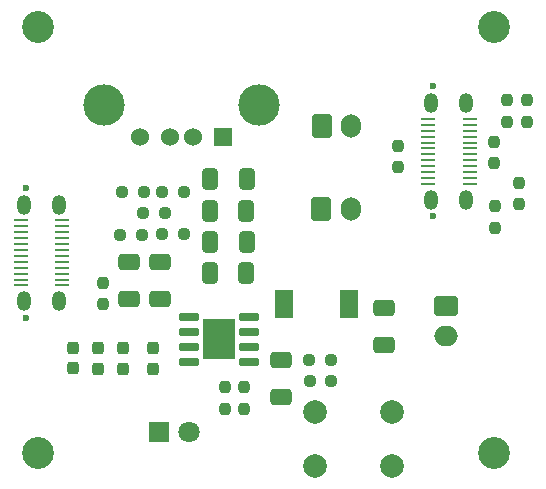
<source format=gbr>
%TF.GenerationSoftware,KiCad,Pcbnew,8.0.4*%
%TF.CreationDate,2024-12-31T00:11:05+04:00*%
%TF.ProjectId,Powerbank,506f7765-7262-4616-9e6b-2e6b69636164,rev?*%
%TF.SameCoordinates,Original*%
%TF.FileFunction,Soldermask,Top*%
%TF.FilePolarity,Negative*%
%FSLAX46Y46*%
G04 Gerber Fmt 4.6, Leading zero omitted, Abs format (unit mm)*
G04 Created by KiCad (PCBNEW 8.0.4) date 2024-12-31 00:11:05*
%MOMM*%
%LPD*%
G01*
G04 APERTURE LIST*
G04 Aperture macros list*
%AMRoundRect*
0 Rectangle with rounded corners*
0 $1 Rounding radius*
0 $2 $3 $4 $5 $6 $7 $8 $9 X,Y pos of 4 corners*
0 Add a 4 corners polygon primitive as box body*
4,1,4,$2,$3,$4,$5,$6,$7,$8,$9,$2,$3,0*
0 Add four circle primitives for the rounded corners*
1,1,$1+$1,$2,$3*
1,1,$1+$1,$4,$5*
1,1,$1+$1,$6,$7*
1,1,$1+$1,$8,$9*
0 Add four rect primitives between the rounded corners*
20,1,$1+$1,$2,$3,$4,$5,0*
20,1,$1+$1,$4,$5,$6,$7,0*
20,1,$1+$1,$6,$7,$8,$9,0*
20,1,$1+$1,$8,$9,$2,$3,0*%
G04 Aperture macros list end*
%ADD10RoundRect,0.250000X-0.650000X0.412500X-0.650000X-0.412500X0.650000X-0.412500X0.650000X0.412500X0*%
%ADD11RoundRect,0.250000X0.650000X-0.412500X0.650000X0.412500X-0.650000X0.412500X-0.650000X-0.412500X0*%
%ADD12RoundRect,0.237500X0.237500X-0.250000X0.237500X0.250000X-0.237500X0.250000X-0.237500X-0.250000X0*%
%ADD13C,2.000000*%
%ADD14C,0.600000*%
%ADD15R,1.300000X0.270000*%
%ADD16O,1.200000X1.700000*%
%ADD17R,1.500000X2.400000*%
%ADD18RoundRect,0.250000X0.412500X0.650000X-0.412500X0.650000X-0.412500X-0.650000X0.412500X-0.650000X0*%
%ADD19RoundRect,0.237500X0.250000X0.237500X-0.250000X0.237500X-0.250000X-0.237500X0.250000X-0.237500X0*%
%ADD20RoundRect,0.237500X-0.237500X0.250000X-0.237500X-0.250000X0.237500X-0.250000X0.237500X0.250000X0*%
%ADD21RoundRect,0.250000X-0.600000X-0.750000X0.600000X-0.750000X0.600000X0.750000X-0.600000X0.750000X0*%
%ADD22O,1.700000X2.000000*%
%ADD23C,2.700000*%
%ADD24RoundRect,0.237500X-0.237500X0.287500X-0.237500X-0.287500X0.237500X-0.287500X0.237500X0.287500X0*%
%ADD25RoundRect,0.237500X0.237500X-0.287500X0.237500X0.287500X-0.237500X0.287500X-0.237500X-0.287500X0*%
%ADD26R,1.800000X1.800000*%
%ADD27C,1.800000*%
%ADD28R,1.524000X1.524000*%
%ADD29C,1.524000*%
%ADD30C,3.500000*%
%ADD31RoundRect,0.250000X-0.750000X0.600000X-0.750000X-0.600000X0.750000X-0.600000X0.750000X0.600000X0*%
%ADD32O,2.000000X1.700000*%
%ADD33RoundRect,0.237500X-0.250000X-0.237500X0.250000X-0.237500X0.250000X0.237500X-0.250000X0.237500X0*%
%ADD34R,2.710000X3.400000*%
%ADD35RoundRect,0.150000X-0.737500X-0.150000X0.737500X-0.150000X0.737500X0.150000X-0.737500X0.150000X0*%
G04 APERTURE END LIST*
D10*
%TO.C,C8*%
X138950000Y-109137500D03*
X138950000Y-112262500D03*
%TD*%
D11*
%TO.C,C2*%
X128750000Y-104012500D03*
X128750000Y-100887500D03*
%TD*%
D12*
%TO.C,R13*%
X157050000Y-92512500D03*
X157050000Y-90687500D03*
%TD*%
D13*
%TO.C,SW1*%
X141850000Y-113600000D03*
X148350000Y-113600000D03*
X141850000Y-118100001D03*
X148350001Y-118100000D03*
%TD*%
D14*
%TO.C,J2*%
X117400000Y-105600000D03*
X117400000Y-94600000D03*
D15*
X116950000Y-102850000D03*
X116950000Y-102350000D03*
X116950000Y-101850000D03*
X116950001Y-101350000D03*
X116950000Y-100850000D03*
X116950000Y-100350000D03*
X116950000Y-99850000D03*
X116950000Y-99350000D03*
X116950001Y-98850000D03*
X116950000Y-98350000D03*
X116950000Y-97850000D03*
X116950000Y-97350000D03*
X120450000Y-97350000D03*
X120450000Y-97850000D03*
X120450000Y-98350000D03*
X120449999Y-98850000D03*
X120450000Y-99350000D03*
X120450000Y-99850000D03*
X120450000Y-100350000D03*
X120450000Y-100850000D03*
X120449999Y-101350000D03*
X120450000Y-101850000D03*
X120450000Y-102350000D03*
X120450000Y-102850000D03*
D16*
X117230000Y-104200000D03*
X120170000Y-104200000D03*
X117230000Y-96000000D03*
X120170000Y-96000000D03*
%TD*%
D14*
%TO.C,J6*%
X151900000Y-97000000D03*
X151900000Y-86000000D03*
D15*
X151450000Y-94250000D03*
X151450000Y-93750000D03*
X151450000Y-93250000D03*
X151450000Y-92750000D03*
X151450000Y-92250000D03*
X151450000Y-91750000D03*
X151450000Y-91250000D03*
X151450000Y-90750000D03*
X151450000Y-90250000D03*
X151450000Y-89750000D03*
X151450000Y-89250000D03*
X151450000Y-88750000D03*
X154950000Y-88750000D03*
X154950000Y-89250000D03*
X154950000Y-89750000D03*
X154950000Y-90250000D03*
X154950000Y-90750000D03*
X154950000Y-91250000D03*
X154950000Y-91750000D03*
X154950000Y-92250000D03*
X154950000Y-92750000D03*
X154950000Y-93250000D03*
X154950000Y-93750000D03*
X154950000Y-94250000D03*
D16*
X151730000Y-95600000D03*
X154670000Y-95600000D03*
X151730000Y-87400000D03*
X154670000Y-87400000D03*
%TD*%
D17*
%TO.C,L1*%
X139250000Y-104450000D03*
X144750000Y-104450000D03*
%TD*%
D18*
%TO.C,C5*%
X136112500Y-99200000D03*
X132987500Y-99200000D03*
%TD*%
%TO.C,C6*%
X136062500Y-101800000D03*
X132937500Y-101800000D03*
%TD*%
D19*
%TO.C,R8*%
X130762500Y-94900000D03*
X128937500Y-94900000D03*
%TD*%
D20*
%TO.C,R15*%
X159100000Y-94137500D03*
X159100000Y-95962500D03*
%TD*%
D21*
%TO.C,J5*%
X142400000Y-96375000D03*
D22*
X144900000Y-96375000D03*
%TD*%
D23*
%TO.C,REF\u002A\u002A*%
X157000000Y-81000000D03*
%TD*%
D11*
%TO.C,C1*%
X126100000Y-104012500D03*
X126100000Y-100887500D03*
%TD*%
D20*
%TO.C,R2*%
X135860000Y-111487500D03*
X135860000Y-113312500D03*
%TD*%
D12*
%TO.C,R16*%
X148900000Y-92862500D03*
X148900000Y-91037500D03*
%TD*%
D24*
%TO.C,D2*%
X123500000Y-108175001D03*
X123500000Y-109924999D03*
%TD*%
D23*
%TO.C,REF\u002A\u002A*%
X118400000Y-81000000D03*
%TD*%
D25*
%TO.C,D1*%
X121400000Y-109874999D03*
X121400000Y-108125001D03*
%TD*%
D20*
%TO.C,R3*%
X134250000Y-111487500D03*
X134250000Y-113312500D03*
%TD*%
D19*
%TO.C,R7*%
X127212500Y-98550000D03*
X125387500Y-98550000D03*
%TD*%
D25*
%TO.C,D3*%
X125650000Y-109924999D03*
X125650000Y-108175001D03*
%TD*%
D23*
%TO.C,REF\u002A\u002A*%
X157000000Y-117000000D03*
%TD*%
D19*
%TO.C,R4*%
X143262500Y-110960000D03*
X141437500Y-110960000D03*
%TD*%
D18*
%TO.C,C3*%
X136112500Y-93850000D03*
X132987500Y-93850000D03*
%TD*%
D19*
%TO.C,R9*%
X127362500Y-94900000D03*
X125537500Y-94900000D03*
%TD*%
D24*
%TO.C,D4*%
X128150000Y-108175001D03*
X128150000Y-109924999D03*
%TD*%
D18*
%TO.C,C4*%
X136062500Y-96550000D03*
X132937500Y-96550000D03*
%TD*%
D26*
%TO.C,D5*%
X128675000Y-115250000D03*
D27*
X131215000Y-115250000D03*
%TD*%
D20*
%TO.C,R14*%
X157100000Y-96137500D03*
X157100000Y-97962500D03*
%TD*%
D28*
%TO.C,J3*%
X134050000Y-90300000D03*
D29*
X131550000Y-90300000D03*
X129549999Y-90300000D03*
X127050001Y-90300000D03*
D30*
X137120000Y-87590000D03*
X123980000Y-87590000D03*
%TD*%
D19*
%TO.C,R5*%
X143212500Y-109150000D03*
X141387500Y-109150000D03*
%TD*%
D31*
%TO.C,J1*%
X153000000Y-104600000D03*
D32*
X153000000Y-107100000D03*
%TD*%
D19*
%TO.C,R6*%
X130762500Y-98500000D03*
X128937500Y-98500000D03*
%TD*%
D33*
%TO.C,R10*%
X127337500Y-96750000D03*
X129162500Y-96750000D03*
%TD*%
D10*
%TO.C,C7*%
X147750000Y-104737500D03*
X147750000Y-107862500D03*
%TD*%
D20*
%TO.C,R11*%
X158100000Y-87187500D03*
X158100000Y-89012500D03*
%TD*%
%TO.C,R12*%
X159850000Y-87187500D03*
X159850000Y-89012500D03*
%TD*%
D12*
%TO.C,R1*%
X123950000Y-104462500D03*
X123950000Y-102637500D03*
%TD*%
D34*
%TO.C,DD1*%
X133750000Y-107400000D03*
D35*
X131187500Y-105495000D03*
X131187500Y-106765000D03*
X131187500Y-108035000D03*
X131187500Y-109305000D03*
X136312500Y-109305000D03*
X136312500Y-108035000D03*
X136312500Y-106765000D03*
X136312500Y-105495000D03*
%TD*%
D21*
%TO.C,J4*%
X142450000Y-89350000D03*
D22*
X144950000Y-89350000D03*
%TD*%
D23*
%TO.C,REF\u002A\u002A*%
X118400000Y-117000000D03*
%TD*%
M02*

</source>
